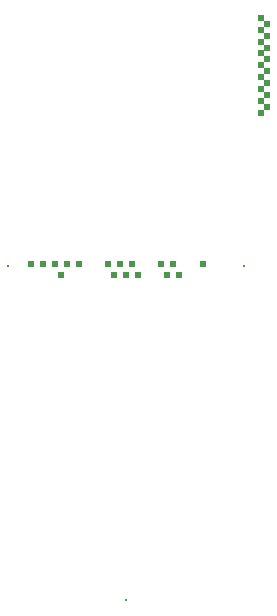
<source format=gbs>
G04*
G04 #@! TF.GenerationSoftware,Altium Limited,Altium Designer,18.0.12 (696)*
G04*
G04 Layer_Color=16711935*
%FSLAX25Y25*%
%MOIN*%
G70*
G01*
G75*
%ADD22C,0.00800*%
%ADD23C,0.02400*%
D22*
X148252Y115736D02*
D03*
X108882Y226957D02*
D03*
X187622D02*
D03*
D23*
X165969Y224098D02*
D03*
X162031D02*
D03*
X152189D02*
D03*
X148252D02*
D03*
X144315D02*
D03*
X126598D02*
D03*
X173843Y227756D02*
D03*
X164000D02*
D03*
X160063D02*
D03*
X150221D02*
D03*
X146283D02*
D03*
X142347D02*
D03*
X132504D02*
D03*
X128500D02*
D03*
X124630D02*
D03*
X120693D02*
D03*
X116756D02*
D03*
X193264Y278268D02*
D03*
Y282205D02*
D03*
X195205Y280236D02*
D03*
X193264Y286142D02*
D03*
X195205Y284173D02*
D03*
X193264Y290079D02*
D03*
X195205Y288110D02*
D03*
X193264Y294016D02*
D03*
X195205Y292047D02*
D03*
X193264Y297953D02*
D03*
X195205Y295984D02*
D03*
X193264Y301890D02*
D03*
X195205Y299921D02*
D03*
X193264Y305827D02*
D03*
X195205Y303858D02*
D03*
Y307795D02*
D03*
X193264Y309764D02*
D03*
M02*

</source>
